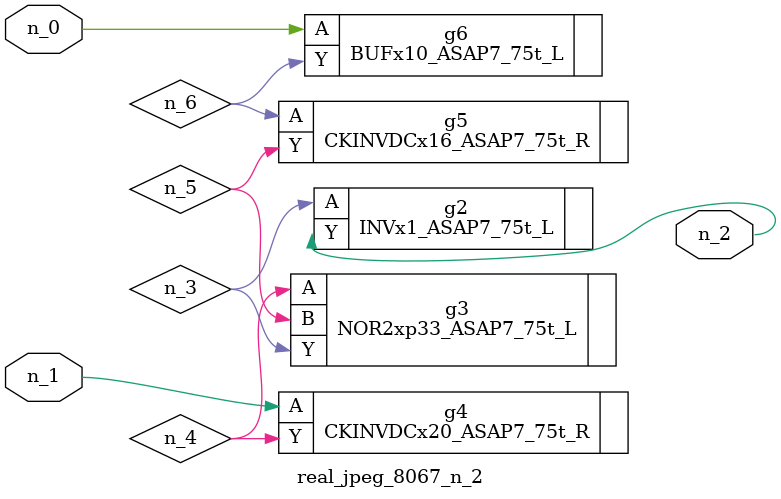
<source format=v>
module real_jpeg_8067_n_2 (n_1, n_0, n_2);

input n_1;
input n_0;

output n_2;

wire n_5;
wire n_4;
wire n_6;
wire n_3;

BUFx10_ASAP7_75t_L g6 ( 
.A(n_0),
.Y(n_6)
);

CKINVDCx20_ASAP7_75t_R g4 ( 
.A(n_1),
.Y(n_4)
);

INVx1_ASAP7_75t_L g2 ( 
.A(n_3),
.Y(n_2)
);

NOR2xp33_ASAP7_75t_L g3 ( 
.A(n_4),
.B(n_5),
.Y(n_3)
);

CKINVDCx16_ASAP7_75t_R g5 ( 
.A(n_6),
.Y(n_5)
);


endmodule
</source>
